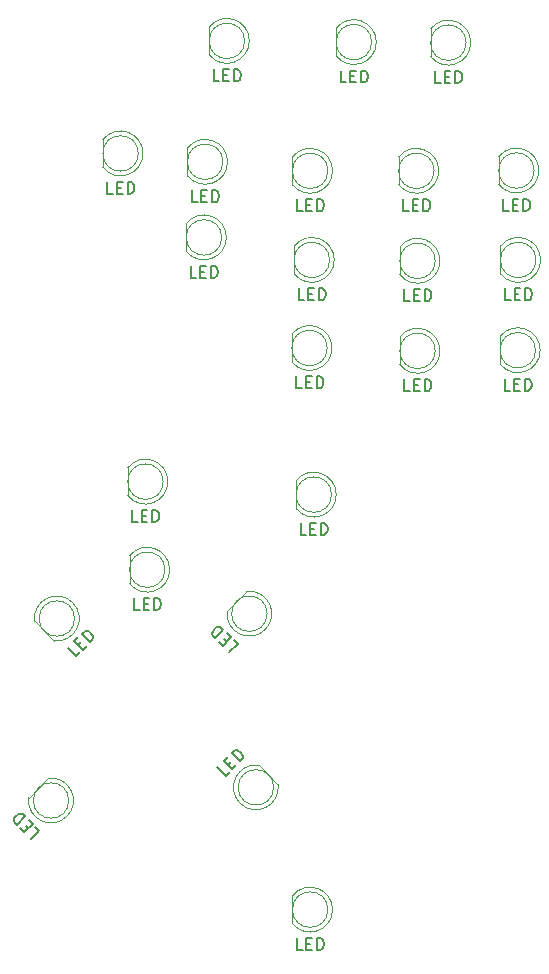
<source format=gbr>
%TF.GenerationSoftware,KiCad,Pcbnew,(6.0.7-1)-1*%
%TF.CreationDate,2023-10-29T11:46:35+10:00*%
%TF.ProjectId,Landing Gear Panel PCB V2,4c616e64-696e-4672-9047-656172205061,rev?*%
%TF.SameCoordinates,Original*%
%TF.FileFunction,AssemblyDrawing,Top*%
%FSLAX46Y46*%
G04 Gerber Fmt 4.6, Leading zero omitted, Abs format (unit mm)*
G04 Created by KiCad (PCBNEW (6.0.7-1)-1) date 2023-10-29 11:46:35*
%MOMM*%
%LPD*%
G01*
G04 APERTURE LIST*
%ADD10C,0.150000*%
%ADD11C,0.100000*%
G04 APERTURE END LIST*
D10*
%TO.C,D1*%
X84852142Y-46262380D02*
X84375952Y-46262380D01*
X84375952Y-45262380D01*
X85185476Y-45738571D02*
X85518809Y-45738571D01*
X85661666Y-46262380D02*
X85185476Y-46262380D01*
X85185476Y-45262380D01*
X85661666Y-45262380D01*
X86090238Y-46262380D02*
X86090238Y-45262380D01*
X86328333Y-45262380D01*
X86471190Y-45310000D01*
X86566428Y-45405238D01*
X86614047Y-45500476D01*
X86661666Y-45690952D01*
X86661666Y-45833809D01*
X86614047Y-46024285D01*
X86566428Y-46119523D01*
X86471190Y-46214761D01*
X86328333Y-46262380D01*
X86090238Y-46262380D01*
%TO.C,D2*%
X95602142Y-46362380D02*
X95125952Y-46362380D01*
X95125952Y-45362380D01*
X95935476Y-45838571D02*
X96268809Y-45838571D01*
X96411666Y-46362380D02*
X95935476Y-46362380D01*
X95935476Y-45362380D01*
X96411666Y-45362380D01*
X96840238Y-46362380D02*
X96840238Y-45362380D01*
X97078333Y-45362380D01*
X97221190Y-45410000D01*
X97316428Y-45505238D01*
X97364047Y-45600476D01*
X97411666Y-45790952D01*
X97411666Y-45933809D01*
X97364047Y-46124285D01*
X97316428Y-46219523D01*
X97221190Y-46314761D01*
X97078333Y-46362380D01*
X96840238Y-46362380D01*
%TO.C,D3*%
X103602142Y-46412380D02*
X103125952Y-46412380D01*
X103125952Y-45412380D01*
X103935476Y-45888571D02*
X104268809Y-45888571D01*
X104411666Y-46412380D02*
X103935476Y-46412380D01*
X103935476Y-45412380D01*
X104411666Y-45412380D01*
X104840238Y-46412380D02*
X104840238Y-45412380D01*
X105078333Y-45412380D01*
X105221190Y-45460000D01*
X105316428Y-45555238D01*
X105364047Y-45650476D01*
X105411666Y-45840952D01*
X105411666Y-45983809D01*
X105364047Y-46174285D01*
X105316428Y-46269523D01*
X105221190Y-46364761D01*
X105078333Y-46412380D01*
X104840238Y-46412380D01*
%TO.C,D4*%
X75849342Y-55789180D02*
X75373152Y-55789180D01*
X75373152Y-54789180D01*
X76182676Y-55265371D02*
X76516009Y-55265371D01*
X76658866Y-55789180D02*
X76182676Y-55789180D01*
X76182676Y-54789180D01*
X76658866Y-54789180D01*
X77087438Y-55789180D02*
X77087438Y-54789180D01*
X77325533Y-54789180D01*
X77468390Y-54836800D01*
X77563628Y-54932038D01*
X77611247Y-55027276D01*
X77658866Y-55217752D01*
X77658866Y-55360609D01*
X77611247Y-55551085D01*
X77563628Y-55646323D01*
X77468390Y-55741561D01*
X77325533Y-55789180D01*
X77087438Y-55789180D01*
%TO.C,D5*%
X83012142Y-56500380D02*
X82535952Y-56500380D01*
X82535952Y-55500380D01*
X83345476Y-55976571D02*
X83678809Y-55976571D01*
X83821666Y-56500380D02*
X83345476Y-56500380D01*
X83345476Y-55500380D01*
X83821666Y-55500380D01*
X84250238Y-56500380D02*
X84250238Y-55500380D01*
X84488333Y-55500380D01*
X84631190Y-55548000D01*
X84726428Y-55643238D01*
X84774047Y-55738476D01*
X84821666Y-55928952D01*
X84821666Y-56071809D01*
X84774047Y-56262285D01*
X84726428Y-56357523D01*
X84631190Y-56452761D01*
X84488333Y-56500380D01*
X84250238Y-56500380D01*
%TO.C,D6*%
X91902142Y-57262380D02*
X91425952Y-57262380D01*
X91425952Y-56262380D01*
X92235476Y-56738571D02*
X92568809Y-56738571D01*
X92711666Y-57262380D02*
X92235476Y-57262380D01*
X92235476Y-56262380D01*
X92711666Y-56262380D01*
X93140238Y-57262380D02*
X93140238Y-56262380D01*
X93378333Y-56262380D01*
X93521190Y-56310000D01*
X93616428Y-56405238D01*
X93664047Y-56500476D01*
X93711666Y-56690952D01*
X93711666Y-56833809D01*
X93664047Y-57024285D01*
X93616428Y-57119523D01*
X93521190Y-57214761D01*
X93378333Y-57262380D01*
X93140238Y-57262380D01*
%TO.C,D7*%
X100894142Y-57262380D02*
X100417952Y-57262380D01*
X100417952Y-56262380D01*
X101227476Y-56738571D02*
X101560809Y-56738571D01*
X101703666Y-57262380D02*
X101227476Y-57262380D01*
X101227476Y-56262380D01*
X101703666Y-56262380D01*
X102132238Y-57262380D02*
X102132238Y-56262380D01*
X102370333Y-56262380D01*
X102513190Y-56310000D01*
X102608428Y-56405238D01*
X102656047Y-56500476D01*
X102703666Y-56690952D01*
X102703666Y-56833809D01*
X102656047Y-57024285D01*
X102608428Y-57119523D01*
X102513190Y-57214761D01*
X102370333Y-57262380D01*
X102132238Y-57262380D01*
%TO.C,D8*%
X109366142Y-57237180D02*
X108889952Y-57237180D01*
X108889952Y-56237180D01*
X109699476Y-56713371D02*
X110032809Y-56713371D01*
X110175666Y-57237180D02*
X109699476Y-57237180D01*
X109699476Y-56237180D01*
X110175666Y-56237180D01*
X110604238Y-57237180D02*
X110604238Y-56237180D01*
X110842333Y-56237180D01*
X110985190Y-56284800D01*
X111080428Y-56380038D01*
X111128047Y-56475276D01*
X111175666Y-56665752D01*
X111175666Y-56808609D01*
X111128047Y-56999085D01*
X111080428Y-57094323D01*
X110985190Y-57189561D01*
X110842333Y-57237180D01*
X110604238Y-57237180D01*
%TO.C,D9*%
X82910542Y-62901180D02*
X82434352Y-62901180D01*
X82434352Y-61901180D01*
X83243876Y-62377371D02*
X83577209Y-62377371D01*
X83720066Y-62901180D02*
X83243876Y-62901180D01*
X83243876Y-61901180D01*
X83720066Y-61901180D01*
X84148638Y-62901180D02*
X84148638Y-61901180D01*
X84386733Y-61901180D01*
X84529590Y-61948800D01*
X84624828Y-62044038D01*
X84672447Y-62139276D01*
X84720066Y-62329752D01*
X84720066Y-62472609D01*
X84672447Y-62663085D01*
X84624828Y-62758323D01*
X84529590Y-62853561D01*
X84386733Y-62901180D01*
X84148638Y-62901180D01*
%TO.C,D10*%
X92042942Y-64806380D02*
X91566752Y-64806380D01*
X91566752Y-63806380D01*
X92376276Y-64282571D02*
X92709609Y-64282571D01*
X92852466Y-64806380D02*
X92376276Y-64806380D01*
X92376276Y-63806380D01*
X92852466Y-63806380D01*
X93281038Y-64806380D02*
X93281038Y-63806380D01*
X93519133Y-63806380D01*
X93661990Y-63854000D01*
X93757228Y-63949238D01*
X93804847Y-64044476D01*
X93852466Y-64234952D01*
X93852466Y-64377809D01*
X93804847Y-64568285D01*
X93757228Y-64663523D01*
X93661990Y-64758761D01*
X93519133Y-64806380D01*
X93281038Y-64806380D01*
%TO.C,D11*%
X100995142Y-64882380D02*
X100518952Y-64882380D01*
X100518952Y-63882380D01*
X101328476Y-64358571D02*
X101661809Y-64358571D01*
X101804666Y-64882380D02*
X101328476Y-64882380D01*
X101328476Y-63882380D01*
X101804666Y-63882380D01*
X102233238Y-64882380D02*
X102233238Y-63882380D01*
X102471333Y-63882380D01*
X102614190Y-63930000D01*
X102709428Y-64025238D01*
X102757047Y-64120476D01*
X102804666Y-64310952D01*
X102804666Y-64453809D01*
X102757047Y-64644285D01*
X102709428Y-64739523D01*
X102614190Y-64834761D01*
X102471333Y-64882380D01*
X102233238Y-64882380D01*
%TO.C,D12*%
X109518142Y-64806380D02*
X109041952Y-64806380D01*
X109041952Y-63806380D01*
X109851476Y-64282571D02*
X110184809Y-64282571D01*
X110327666Y-64806380D02*
X109851476Y-64806380D01*
X109851476Y-63806380D01*
X110327666Y-63806380D01*
X110756238Y-64806380D02*
X110756238Y-63806380D01*
X110994333Y-63806380D01*
X111137190Y-63854000D01*
X111232428Y-63949238D01*
X111280047Y-64044476D01*
X111327666Y-64234952D01*
X111327666Y-64377809D01*
X111280047Y-64568285D01*
X111232428Y-64663523D01*
X111137190Y-64758761D01*
X110994333Y-64806380D01*
X110756238Y-64806380D01*
%TO.C,D13*%
X91852142Y-72262380D02*
X91375952Y-72262380D01*
X91375952Y-71262380D01*
X92185476Y-71738571D02*
X92518809Y-71738571D01*
X92661666Y-72262380D02*
X92185476Y-72262380D01*
X92185476Y-71262380D01*
X92661666Y-71262380D01*
X93090238Y-72262380D02*
X93090238Y-71262380D01*
X93328333Y-71262380D01*
X93471190Y-71310000D01*
X93566428Y-71405238D01*
X93614047Y-71500476D01*
X93661666Y-71690952D01*
X93661666Y-71833809D01*
X93614047Y-72024285D01*
X93566428Y-72119523D01*
X93471190Y-72214761D01*
X93328333Y-72262380D01*
X93090238Y-72262380D01*
%TO.C,D14*%
X100995142Y-72502380D02*
X100518952Y-72502380D01*
X100518952Y-71502380D01*
X101328476Y-71978571D02*
X101661809Y-71978571D01*
X101804666Y-72502380D02*
X101328476Y-72502380D01*
X101328476Y-71502380D01*
X101804666Y-71502380D01*
X102233238Y-72502380D02*
X102233238Y-71502380D01*
X102471333Y-71502380D01*
X102614190Y-71550000D01*
X102709428Y-71645238D01*
X102757047Y-71740476D01*
X102804666Y-71930952D01*
X102804666Y-72073809D01*
X102757047Y-72264285D01*
X102709428Y-72359523D01*
X102614190Y-72454761D01*
X102471333Y-72502380D01*
X102233238Y-72502380D01*
%TO.C,D15*%
X109479142Y-72451580D02*
X109002952Y-72451580D01*
X109002952Y-71451580D01*
X109812476Y-71927771D02*
X110145809Y-71927771D01*
X110288666Y-72451580D02*
X109812476Y-72451580D01*
X109812476Y-71451580D01*
X110288666Y-71451580D01*
X110717238Y-72451580D02*
X110717238Y-71451580D01*
X110955333Y-71451580D01*
X111098190Y-71499200D01*
X111193428Y-71594438D01*
X111241047Y-71689676D01*
X111288666Y-71880152D01*
X111288666Y-72023009D01*
X111241047Y-72213485D01*
X111193428Y-72308723D01*
X111098190Y-72403961D01*
X110955333Y-72451580D01*
X110717238Y-72451580D01*
%TO.C,D16*%
X77957742Y-83578380D02*
X77481552Y-83578380D01*
X77481552Y-82578380D01*
X78291076Y-83054571D02*
X78624409Y-83054571D01*
X78767266Y-83578380D02*
X78291076Y-83578380D01*
X78291076Y-82578380D01*
X78767266Y-82578380D01*
X79195838Y-83578380D02*
X79195838Y-82578380D01*
X79433933Y-82578380D01*
X79576790Y-82626000D01*
X79672028Y-82721238D01*
X79719647Y-82816476D01*
X79767266Y-83006952D01*
X79767266Y-83149809D01*
X79719647Y-83340285D01*
X79672028Y-83435523D01*
X79576790Y-83530761D01*
X79433933Y-83578380D01*
X79195838Y-83578380D01*
%TO.C,D17*%
X92207742Y-84678380D02*
X91731552Y-84678380D01*
X91731552Y-83678380D01*
X92541076Y-84154571D02*
X92874409Y-84154571D01*
X93017266Y-84678380D02*
X92541076Y-84678380D01*
X92541076Y-83678380D01*
X93017266Y-83678380D01*
X93445838Y-84678380D02*
X93445838Y-83678380D01*
X93683933Y-83678380D01*
X93826790Y-83726000D01*
X93922028Y-83821238D01*
X93969647Y-83916476D01*
X94017266Y-84106952D01*
X94017266Y-84249809D01*
X93969647Y-84440285D01*
X93922028Y-84535523D01*
X93826790Y-84630761D01*
X93683933Y-84678380D01*
X93445838Y-84678380D01*
%TO.C,D18*%
X78107742Y-91033580D02*
X77631552Y-91033580D01*
X77631552Y-90033580D01*
X78441076Y-90509771D02*
X78774409Y-90509771D01*
X78917266Y-91033580D02*
X78441076Y-91033580D01*
X78441076Y-90033580D01*
X78917266Y-90033580D01*
X79345838Y-91033580D02*
X79345838Y-90033580D01*
X79583933Y-90033580D01*
X79726790Y-90081200D01*
X79822028Y-90176438D01*
X79869647Y-90271676D01*
X79917266Y-90462152D01*
X79917266Y-90605009D01*
X79869647Y-90795485D01*
X79822028Y-90890723D01*
X79726790Y-90985961D01*
X79583933Y-91033580D01*
X79345838Y-91033580D01*
%TO.C,D19*%
X73054774Y-94621060D02*
X72718057Y-94957777D01*
X72010950Y-94250671D01*
X72920087Y-94014968D02*
X73155790Y-93779266D01*
X73627194Y-94048640D02*
X73290477Y-94385358D01*
X72583370Y-93678251D01*
X72920087Y-93341533D01*
X73930240Y-93745594D02*
X73223133Y-93038487D01*
X73391492Y-92870129D01*
X73526179Y-92802785D01*
X73660866Y-92802785D01*
X73761881Y-92836457D01*
X73930240Y-92937472D01*
X74031255Y-93038487D01*
X74132271Y-93206846D01*
X74165942Y-93307861D01*
X74165942Y-93442548D01*
X74098599Y-93577235D01*
X73930240Y-93745594D01*
%TO.C,D20*%
X86077840Y-93574149D02*
X86414557Y-93910866D01*
X85707451Y-94617973D01*
X85471748Y-93708836D02*
X85236046Y-93473133D01*
X85505420Y-93001729D02*
X85842138Y-93338446D01*
X85135031Y-94045553D01*
X84798313Y-93708836D01*
X85202374Y-92698683D02*
X84495267Y-93405790D01*
X84326909Y-93237431D01*
X84259565Y-93102744D01*
X84259565Y-92968057D01*
X84293237Y-92867042D01*
X84394252Y-92698683D01*
X84495267Y-92597668D01*
X84663626Y-92496652D01*
X84764641Y-92462981D01*
X84899328Y-92462981D01*
X85034015Y-92530324D01*
X85202374Y-92698683D01*
%TO.C,D21*%
X69287640Y-109390749D02*
X69624357Y-109727466D01*
X68917251Y-110434573D01*
X68681548Y-109525436D02*
X68445846Y-109289733D01*
X68715220Y-108818329D02*
X69051938Y-109155046D01*
X68344831Y-109862153D01*
X68008113Y-109525436D01*
X68412174Y-108515283D02*
X67705067Y-109222390D01*
X67536709Y-109054031D01*
X67469365Y-108919344D01*
X67469365Y-108784657D01*
X67503037Y-108683642D01*
X67604052Y-108515283D01*
X67705067Y-108414268D01*
X67873426Y-108313252D01*
X67974441Y-108279581D01*
X68109128Y-108279581D01*
X68243815Y-108346924D01*
X68412174Y-108515283D01*
%TO.C,D22*%
X85724250Y-104729440D02*
X85387533Y-105066157D01*
X84680426Y-104359051D01*
X85589563Y-104123348D02*
X85825266Y-103887646D01*
X86296670Y-104157020D02*
X85959953Y-104493738D01*
X85252846Y-103786631D01*
X85589563Y-103449913D01*
X86599716Y-103853974D02*
X85892609Y-103146867D01*
X86060968Y-102978509D01*
X86195655Y-102911165D01*
X86330342Y-102911165D01*
X86431357Y-102944837D01*
X86599716Y-103045852D01*
X86700731Y-103146867D01*
X86801747Y-103315226D01*
X86835418Y-103416241D01*
X86835418Y-103550928D01*
X86768075Y-103685615D01*
X86599716Y-103853974D01*
%TO.C,D23*%
X91902142Y-119812380D02*
X91425952Y-119812380D01*
X91425952Y-118812380D01*
X92235476Y-119288571D02*
X92568809Y-119288571D01*
X92711666Y-119812380D02*
X92235476Y-119812380D01*
X92235476Y-118812380D01*
X92711666Y-118812380D01*
X93140238Y-119812380D02*
X93140238Y-118812380D01*
X93378333Y-118812380D01*
X93521190Y-118860000D01*
X93616428Y-118955238D01*
X93664047Y-119050476D01*
X93711666Y-119240952D01*
X93711666Y-119383809D01*
X93664047Y-119574285D01*
X93616428Y-119669523D01*
X93521190Y-119764761D01*
X93378333Y-119812380D01*
X93140238Y-119812380D01*
D11*
%TO.C,D1*%
X83995000Y-41683810D02*
X83995000Y-44016190D01*
X83994445Y-44015476D02*
G75*
G03*
X83995000Y-41683810I1500555J1165476D01*
G01*
X86995000Y-42850000D02*
G75*
G03*
X86995000Y-42850000I-1500000J0D01*
G01*
%TO.C,D2*%
X94745000Y-41783810D02*
X94745000Y-44116190D01*
X94744445Y-44115476D02*
G75*
G03*
X94745000Y-41783810I1500555J1165476D01*
G01*
X97745000Y-42950000D02*
G75*
G03*
X97745000Y-42950000I-1500000J0D01*
G01*
%TO.C,D3*%
X102745000Y-41833810D02*
X102745000Y-44166190D01*
X102744445Y-44165476D02*
G75*
G03*
X102745000Y-41833810I1500555J1165476D01*
G01*
X105745000Y-43000000D02*
G75*
G03*
X105745000Y-43000000I-1500000J0D01*
G01*
%TO.C,D4*%
X74992200Y-51210610D02*
X74992200Y-53542990D01*
X74991645Y-53542276D02*
G75*
G03*
X74992200Y-51210610I1500555J1165476D01*
G01*
X77992200Y-52376800D02*
G75*
G03*
X77992200Y-52376800I-1500000J0D01*
G01*
%TO.C,D5*%
X82155000Y-51921810D02*
X82155000Y-54254190D01*
X82154445Y-54253476D02*
G75*
G03*
X82155000Y-51921810I1500555J1165476D01*
G01*
X85155000Y-53088000D02*
G75*
G03*
X85155000Y-53088000I-1500000J0D01*
G01*
%TO.C,D6*%
X91045000Y-52683810D02*
X91045000Y-55016190D01*
X91044445Y-55015476D02*
G75*
G03*
X91045000Y-52683810I1500555J1165476D01*
G01*
X94045000Y-53850000D02*
G75*
G03*
X94045000Y-53850000I-1500000J0D01*
G01*
%TO.C,D7*%
X100037000Y-52683810D02*
X100037000Y-55016190D01*
X100036445Y-55015476D02*
G75*
G03*
X100037000Y-52683810I1500555J1165476D01*
G01*
X103037000Y-53850000D02*
G75*
G03*
X103037000Y-53850000I-1500000J0D01*
G01*
%TO.C,D8*%
X108509000Y-52658610D02*
X108509000Y-54990990D01*
X108508445Y-54990276D02*
G75*
G03*
X108509000Y-52658610I1500555J1165476D01*
G01*
X111509000Y-53824800D02*
G75*
G03*
X111509000Y-53824800I-1500000J0D01*
G01*
%TO.C,D9*%
X82053400Y-58322610D02*
X82053400Y-60654990D01*
X82052845Y-60654276D02*
G75*
G03*
X82053400Y-58322610I1500555J1165476D01*
G01*
X85053400Y-59488800D02*
G75*
G03*
X85053400Y-59488800I-1500000J0D01*
G01*
%TO.C,D10*%
X91185800Y-60227810D02*
X91185800Y-62560190D01*
X91185245Y-62559476D02*
G75*
G03*
X91185800Y-60227810I1500555J1165476D01*
G01*
X94185800Y-61394000D02*
G75*
G03*
X94185800Y-61394000I-1500000J0D01*
G01*
%TO.C,D11*%
X100138000Y-60303810D02*
X100138000Y-62636190D01*
X100137445Y-62635476D02*
G75*
G03*
X100138000Y-60303810I1500555J1165476D01*
G01*
X103138000Y-61470000D02*
G75*
G03*
X103138000Y-61470000I-1500000J0D01*
G01*
%TO.C,D12*%
X108661000Y-60227810D02*
X108661000Y-62560190D01*
X108660445Y-62559476D02*
G75*
G03*
X108661000Y-60227810I1500555J1165476D01*
G01*
X111661000Y-61394000D02*
G75*
G03*
X111661000Y-61394000I-1500000J0D01*
G01*
%TO.C,D13*%
X90995000Y-67683810D02*
X90995000Y-70016190D01*
X90994445Y-70015476D02*
G75*
G03*
X90995000Y-67683810I1500555J1165476D01*
G01*
X93995000Y-68850000D02*
G75*
G03*
X93995000Y-68850000I-1500000J0D01*
G01*
%TO.C,D14*%
X100138000Y-67923810D02*
X100138000Y-70256190D01*
X100137445Y-70255476D02*
G75*
G03*
X100138000Y-67923810I1500555J1165476D01*
G01*
X103138000Y-69090000D02*
G75*
G03*
X103138000Y-69090000I-1500000J0D01*
G01*
%TO.C,D15*%
X108622000Y-67873010D02*
X108622000Y-70205390D01*
X108621445Y-70204676D02*
G75*
G03*
X108622000Y-67873010I1500555J1165476D01*
G01*
X111622000Y-69039200D02*
G75*
G03*
X111622000Y-69039200I-1500000J0D01*
G01*
%TO.C,D16*%
X77100600Y-78999810D02*
X77100600Y-81332190D01*
X77100045Y-81331476D02*
G75*
G03*
X77100600Y-78999810I1500555J1165476D01*
G01*
X80100600Y-80166000D02*
G75*
G03*
X80100600Y-80166000I-1500000J0D01*
G01*
%TO.C,D17*%
X91350600Y-80099810D02*
X91350600Y-82432190D01*
X91350045Y-82431476D02*
G75*
G03*
X91350600Y-80099810I1500555J1165476D01*
G01*
X94350600Y-81266000D02*
G75*
G03*
X94350600Y-81266000I-1500000J0D01*
G01*
%TO.C,D18*%
X77250600Y-86455010D02*
X77250600Y-88787390D01*
X77250045Y-88786676D02*
G75*
G03*
X77250600Y-86455010I1500555J1165476D01*
G01*
X80250600Y-87621200D02*
G75*
G03*
X80250600Y-87621200I-1500000J0D01*
G01*
%TO.C,D19*%
X69211145Y-91989614D02*
X70860386Y-93638855D01*
X70859489Y-93638743D02*
G75*
G03*
X69211145Y-91989614I236937J1885169D01*
G01*
X72596426Y-91753574D02*
G75*
G03*
X72596426Y-91753574I-1500000J0D01*
G01*
%TO.C,D20*%
X87160386Y-89461145D02*
X85511145Y-91110386D01*
X85511257Y-91109489D02*
G75*
G03*
X87160386Y-89461145I1885169J-236937D01*
G01*
X88896426Y-91346426D02*
G75*
G03*
X88896426Y-91346426I-1500000J0D01*
G01*
%TO.C,D21*%
X70370186Y-105277745D02*
X68720945Y-106926986D01*
X68721057Y-106926089D02*
G75*
G03*
X70370186Y-105277745I1885169J-236937D01*
G01*
X72106226Y-107163026D02*
G75*
G03*
X72106226Y-107163026I-1500000J0D01*
G01*
%TO.C,D22*%
X89837255Y-105811986D02*
X88188014Y-104162745D01*
X88188911Y-104162857D02*
G75*
G03*
X89837255Y-105811986I-236937J-1885169D01*
G01*
X89451974Y-106048026D02*
G75*
G03*
X89451974Y-106048026I-1500000J0D01*
G01*
%TO.C,D23*%
X91045000Y-115233810D02*
X91045000Y-117566190D01*
X91044445Y-117565476D02*
G75*
G03*
X91045000Y-115233810I1500555J1165476D01*
G01*
X94045000Y-116400000D02*
G75*
G03*
X94045000Y-116400000I-1500000J0D01*
G01*
%TD*%
M02*

</source>
